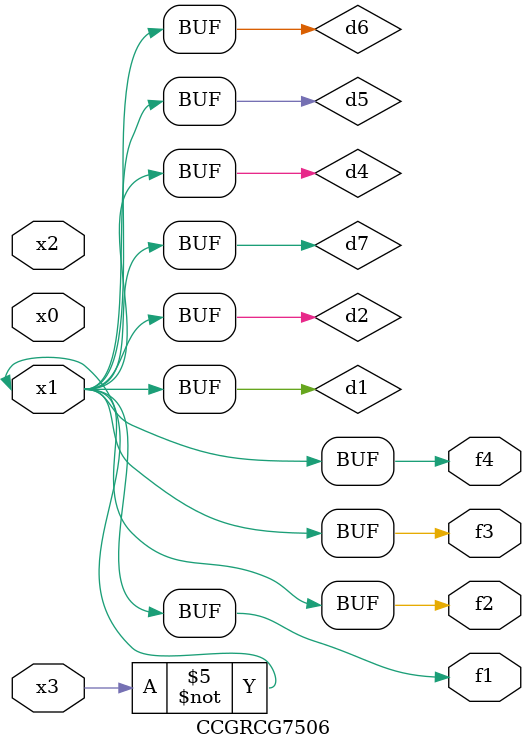
<source format=v>
module CCGRCG7506(
	input x0, x1, x2, x3,
	output f1, f2, f3, f4
);

	wire d1, d2, d3, d4, d5, d6, d7;

	not (d1, x3);
	buf (d2, x1);
	xnor (d3, d1, d2);
	nor (d4, d1);
	buf (d5, d1, d2);
	buf (d6, d4, d5);
	nand (d7, d4);
	assign f1 = d6;
	assign f2 = d7;
	assign f3 = d6;
	assign f4 = d6;
endmodule

</source>
